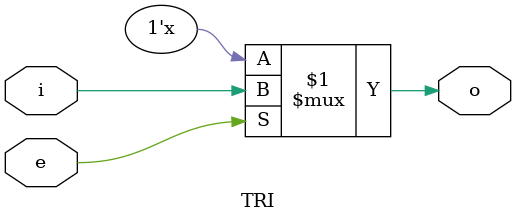
<source format=v>
`timescale 1ns / 1ps
module and_gate(input in0, input in1, output out);

    assign out = in0 & in1;

endmodule

module or_gate(input in0, input in1, output out);

    assign out = in0 | in1;
    
endmodule
 
module not_gate(input in, output out);

    assign out = ~in;
    
endmodule

module nand_gate(input in0, input in1, output reg out);
    always @ (in0 or in1) begin
        if(in0 == 1 && in1 == 1) begin
            out = 0;
        end
        else begin
            out = 1;
        end
     end
endmodule

module nor_gate(input in0, input in1, output reg out);
    always @ (in0 or in1) begin
        if(in0 == 0 && in1 == 0) begin
            out = 1;
        end
        else begin
            out = 0;
        end
     end
endmodule

module xor_gate(input in0, input in1, output out);
    LUT2 #(
    .INIT ( 4'b0110 ) 
	) XOR_GATE
	(
    .I0( in0 ),
    .I1( in1 ),
    .O ( out )
 );  
endmodule

module xnor_gate(input in0, input in1, output out);
    LUT2 #(
    .INIT ( 4'b1001 ) 
	) XOR_GATE
	(
    .I0( in0 ),
    .I1( in1 ),
    .O ( out )
 );  
endmodule

module TRI(input i, input e, output o);
    assign o = e ? i : 1'bZ;
endmodule
</source>
